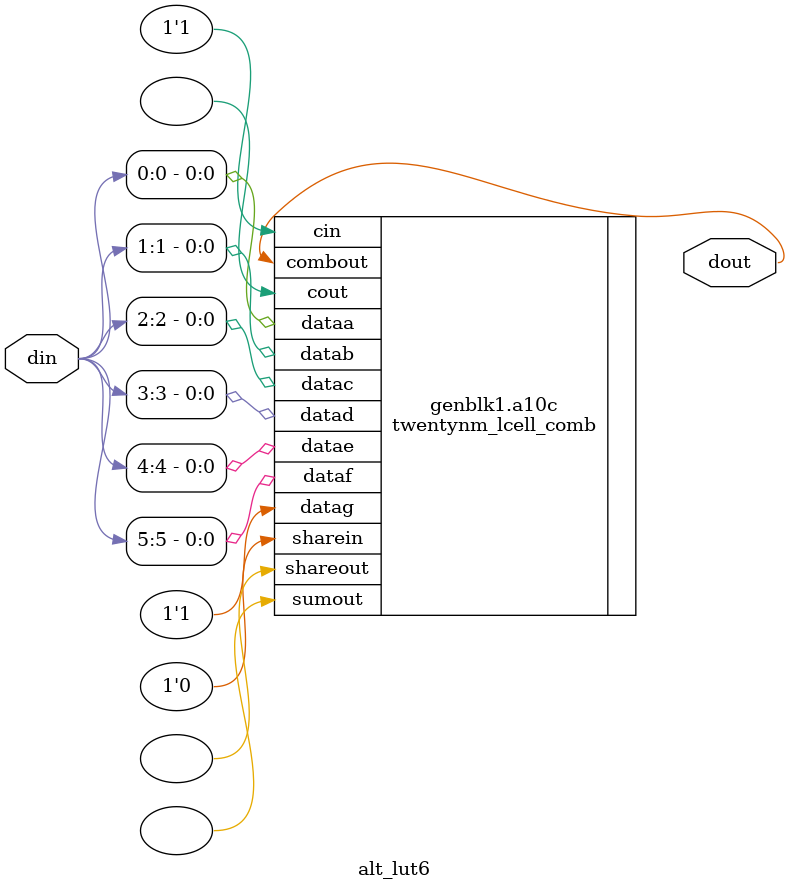
<source format=v>
module alt_lut6 #(
    parameter MASK = 64'h80000000_00000000,
    parameter SIM_EMULATE = 1'b0
) (
    input [5:0] din,
    output dout
);

generate
    if (SIM_EMULATE) begin
        assign dout = MASK [din];
    end else begin
        //Note: the S5 cell is 99% the same, and compatible
        //stratixv_lcell_comb a10c (
        twentynm_lcell_comb a10c (
            .dataa (din[0]),
            .datab (din[1]),
            .datac (din[2]),
            .datad (din[3]),
            .datae (din[4]),
            .dataf (din[5]),
            .datag(1'b1),
            .cin(1'b1),.sharein(1'b0),
            .sumout(),.cout(),.shareout(),
            .combout(dout)
        );
        defparam a10c .lut_mask = MASK;
        defparam a10c .shared_arith = "off";
        defparam a10c .extended_lut = "off";
    end
endgenerate

endmodule

</source>
